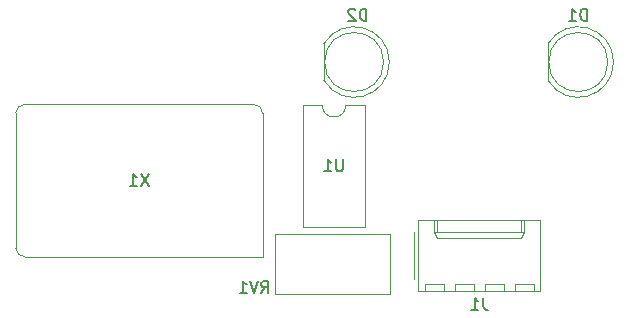
<source format=gbr>
%TF.GenerationSoftware,KiCad,Pcbnew,7.0.6-0*%
%TF.CreationDate,2023-12-30T17:32:03-06:00*%
%TF.ProjectId,LO_PLL,4c4f5f50-4c4c-42e6-9b69-6361645f7063,rev?*%
%TF.SameCoordinates,Original*%
%TF.FileFunction,Legend,Bot*%
%TF.FilePolarity,Positive*%
%FSLAX46Y46*%
G04 Gerber Fmt 4.6, Leading zero omitted, Abs format (unit mm)*
G04 Created by KiCad (PCBNEW 7.0.6-0) date 2023-12-30 17:32:03*
%MOMM*%
%LPD*%
G01*
G04 APERTURE LIST*
%ADD10C,0.150000*%
%ADD11C,0.120000*%
G04 APERTURE END LIST*
D10*
X59338094Y-58604819D02*
X59338094Y-57604819D01*
X59338094Y-57604819D02*
X59099999Y-57604819D01*
X59099999Y-57604819D02*
X58957142Y-57652438D01*
X58957142Y-57652438D02*
X58861904Y-57747676D01*
X58861904Y-57747676D02*
X58814285Y-57842914D01*
X58814285Y-57842914D02*
X58766666Y-58033390D01*
X58766666Y-58033390D02*
X58766666Y-58176247D01*
X58766666Y-58176247D02*
X58814285Y-58366723D01*
X58814285Y-58366723D02*
X58861904Y-58461961D01*
X58861904Y-58461961D02*
X58957142Y-58557200D01*
X58957142Y-58557200D02*
X59099999Y-58604819D01*
X59099999Y-58604819D02*
X59338094Y-58604819D01*
X58385713Y-57700057D02*
X58338094Y-57652438D01*
X58338094Y-57652438D02*
X58242856Y-57604819D01*
X58242856Y-57604819D02*
X58004761Y-57604819D01*
X58004761Y-57604819D02*
X57909523Y-57652438D01*
X57909523Y-57652438D02*
X57861904Y-57700057D01*
X57861904Y-57700057D02*
X57814285Y-57795295D01*
X57814285Y-57795295D02*
X57814285Y-57890533D01*
X57814285Y-57890533D02*
X57861904Y-58033390D01*
X57861904Y-58033390D02*
X58433332Y-58604819D01*
X58433332Y-58604819D02*
X57814285Y-58604819D01*
X40909523Y-71604819D02*
X40242857Y-72604819D01*
X40242857Y-71604819D02*
X40909523Y-72604819D01*
X39338095Y-72604819D02*
X39909523Y-72604819D01*
X39623809Y-72604819D02*
X39623809Y-71604819D01*
X39623809Y-71604819D02*
X39719047Y-71747676D01*
X39719047Y-71747676D02*
X39814285Y-71842914D01*
X39814285Y-71842914D02*
X39909523Y-71890533D01*
X69223333Y-82074819D02*
X69223333Y-82789104D01*
X69223333Y-82789104D02*
X69270952Y-82931961D01*
X69270952Y-82931961D02*
X69366190Y-83027200D01*
X69366190Y-83027200D02*
X69509047Y-83074819D01*
X69509047Y-83074819D02*
X69604285Y-83074819D01*
X68223333Y-83074819D02*
X68794761Y-83074819D01*
X68509047Y-83074819D02*
X68509047Y-82074819D01*
X68509047Y-82074819D02*
X68604285Y-82217676D01*
X68604285Y-82217676D02*
X68699523Y-82312914D01*
X68699523Y-82312914D02*
X68794761Y-82360533D01*
X50445238Y-81654819D02*
X50778571Y-81178628D01*
X51016666Y-81654819D02*
X51016666Y-80654819D01*
X51016666Y-80654819D02*
X50635714Y-80654819D01*
X50635714Y-80654819D02*
X50540476Y-80702438D01*
X50540476Y-80702438D02*
X50492857Y-80750057D01*
X50492857Y-80750057D02*
X50445238Y-80845295D01*
X50445238Y-80845295D02*
X50445238Y-80988152D01*
X50445238Y-80988152D02*
X50492857Y-81083390D01*
X50492857Y-81083390D02*
X50540476Y-81131009D01*
X50540476Y-81131009D02*
X50635714Y-81178628D01*
X50635714Y-81178628D02*
X51016666Y-81178628D01*
X50159523Y-80654819D02*
X49826190Y-81654819D01*
X49826190Y-81654819D02*
X49492857Y-80654819D01*
X48635714Y-81654819D02*
X49207142Y-81654819D01*
X48921428Y-81654819D02*
X48921428Y-80654819D01*
X48921428Y-80654819D02*
X49016666Y-80797676D01*
X49016666Y-80797676D02*
X49111904Y-80892914D01*
X49111904Y-80892914D02*
X49207142Y-80940533D01*
X57341904Y-70354819D02*
X57341904Y-71164342D01*
X57341904Y-71164342D02*
X57294285Y-71259580D01*
X57294285Y-71259580D02*
X57246666Y-71307200D01*
X57246666Y-71307200D02*
X57151428Y-71354819D01*
X57151428Y-71354819D02*
X56960952Y-71354819D01*
X56960952Y-71354819D02*
X56865714Y-71307200D01*
X56865714Y-71307200D02*
X56818095Y-71259580D01*
X56818095Y-71259580D02*
X56770476Y-71164342D01*
X56770476Y-71164342D02*
X56770476Y-70354819D01*
X55770476Y-71354819D02*
X56341904Y-71354819D01*
X56056190Y-71354819D02*
X56056190Y-70354819D01*
X56056190Y-70354819D02*
X56151428Y-70497676D01*
X56151428Y-70497676D02*
X56246666Y-70592914D01*
X56246666Y-70592914D02*
X56341904Y-70640533D01*
X78018094Y-58604819D02*
X78018094Y-57604819D01*
X78018094Y-57604819D02*
X77779999Y-57604819D01*
X77779999Y-57604819D02*
X77637142Y-57652438D01*
X77637142Y-57652438D02*
X77541904Y-57747676D01*
X77541904Y-57747676D02*
X77494285Y-57842914D01*
X77494285Y-57842914D02*
X77446666Y-58033390D01*
X77446666Y-58033390D02*
X77446666Y-58176247D01*
X77446666Y-58176247D02*
X77494285Y-58366723D01*
X77494285Y-58366723D02*
X77541904Y-58461961D01*
X77541904Y-58461961D02*
X77637142Y-58557200D01*
X77637142Y-58557200D02*
X77779999Y-58604819D01*
X77779999Y-58604819D02*
X78018094Y-58604819D01*
X76494285Y-58604819D02*
X77065713Y-58604819D01*
X76779999Y-58604819D02*
X76779999Y-57604819D01*
X76779999Y-57604819D02*
X76875237Y-57747676D01*
X76875237Y-57747676D02*
X76970475Y-57842914D01*
X76970475Y-57842914D02*
X77065713Y-57890533D01*
D11*
%TO.C,D2*%
X55740000Y-63665000D02*
X55740000Y-60575000D01*
X61289999Y-62120462D02*
G75*
G03*
X55740001Y-60575170I-2989999J462D01*
G01*
X55740000Y-63664830D02*
G75*
G03*
X61290000Y-62119538I2560000J1544830D01*
G01*
X60800000Y-62120000D02*
G75*
G03*
X60800000Y-62120000I-2500000J0D01*
G01*
%TO.C,X1*%
X29650000Y-77850000D02*
X29650000Y-66450000D01*
X30400000Y-65700000D02*
X49800000Y-65700000D01*
X50550000Y-78600000D02*
X30400000Y-78600000D01*
X50550000Y-66450000D02*
X50550000Y-78600000D01*
X30400000Y-65700000D02*
G75*
G03*
X29650000Y-66450000I0J-750000D01*
G01*
X50550000Y-66450000D02*
G75*
G03*
X49800000Y-65700000I-750000J0D01*
G01*
X29650000Y-77850000D02*
G75*
G03*
X30400000Y-78600000I750000J0D01*
G01*
%TO.C,J1*%
X70960000Y-80930000D02*
X70960000Y-81530000D01*
X65330000Y-75510000D02*
X65330000Y-76510000D01*
X63700000Y-75510000D02*
X74080000Y-75510000D01*
X63700000Y-81530000D02*
X63700000Y-75510000D01*
X73500000Y-80930000D02*
X73500000Y-81530000D01*
X71900000Y-81530000D02*
X71900000Y-80930000D01*
X63410000Y-80500000D02*
X63410000Y-76500000D01*
X65330000Y-77040000D02*
X72450000Y-77040000D01*
X65080000Y-75510000D02*
X65080000Y-76510000D01*
X66820000Y-80930000D02*
X68420000Y-80930000D01*
X74080000Y-75510000D02*
X74080000Y-81530000D01*
X64280000Y-81530000D02*
X64280000Y-80930000D01*
X66820000Y-81530000D02*
X66820000Y-80930000D01*
X68420000Y-80930000D02*
X68420000Y-81530000D01*
X72700000Y-76510000D02*
X72700000Y-75510000D01*
X72450000Y-77040000D02*
X72700000Y-76510000D01*
X74080000Y-81530000D02*
X63700000Y-81530000D01*
X69360000Y-80930000D02*
X70960000Y-80930000D01*
X72450000Y-75510000D02*
X72450000Y-76510000D01*
X65880000Y-80930000D02*
X65880000Y-81530000D01*
X65080000Y-76510000D02*
X72700000Y-76510000D01*
X71900000Y-80930000D02*
X73500000Y-80930000D01*
X65080000Y-76510000D02*
X65330000Y-77040000D01*
X64280000Y-80930000D02*
X65880000Y-80930000D01*
X69360000Y-81530000D02*
X69360000Y-80930000D01*
%TO.C,RV1*%
X51585000Y-76690000D02*
X61355000Y-76690000D01*
X51585000Y-81760000D02*
X51585000Y-76690000D01*
X51585000Y-81760000D02*
X61355000Y-81760000D01*
X61355000Y-81760000D02*
X61355000Y-76690000D01*
%TO.C,U1*%
X53950000Y-76050000D02*
X53950000Y-65770000D01*
X53950000Y-65770000D02*
X55600000Y-65770000D01*
X59250000Y-76050000D02*
X53950000Y-76050000D01*
X57600000Y-65770000D02*
X59250000Y-65770000D01*
X59250000Y-65770000D02*
X59250000Y-76050000D01*
X55600000Y-65770000D02*
G75*
G03*
X57600000Y-65770000I1000000J0D01*
G01*
%TO.C,D1*%
X74720000Y-63665000D02*
X74720000Y-60575000D01*
X74720000Y-63664830D02*
G75*
G03*
X80270000Y-62119538I2560000J1544830D01*
G01*
X80269999Y-62120462D02*
G75*
G03*
X74720001Y-60575170I-2989999J462D01*
G01*
X79780000Y-62120000D02*
G75*
G03*
X79780000Y-62120000I-2500000J0D01*
G01*
%TD*%
M02*

</source>
